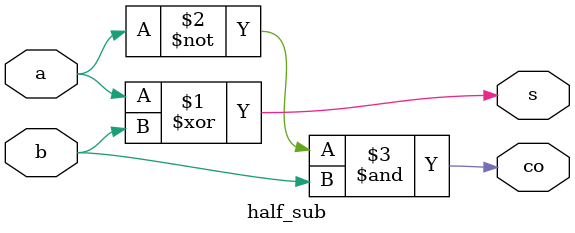
<source format=v>
`timescale 1ns/1ns

module half_sub(a, b, co, s); /* define module */
	input  a, b;              /* input port */
	output co, s;             /* output port */

	/* assing output */	
	assign s  =  a ^ b;
	assign co = ~a & b;
	
endmodule

</source>
